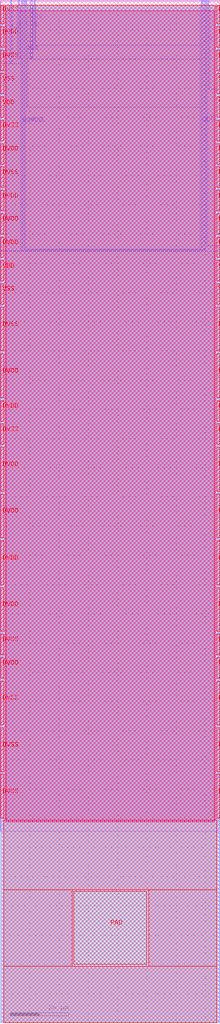
<source format=lef>
VERSION 5.7 ;
  NOWIREEXTENSIONATPIN ON ;
  DIVIDERCHAR "/" ;
  BUSBITCHARS "[]" ;
MACRO gf180mcu_ef_io__bi_t
  CLASS PAD INOUT ;
  FOREIGN gf180mcu_ef_io__bi_t ;
  ORIGIN 0.000 0.000 ;
  SIZE 75.000 BY 350.000 ;
  SYMMETRY X Y R90 ;
  SITE GF_IO_Site ;
  PIN A
    DIRECTION INPUT ;
    USE SIGNAL ;
    ANTENNAGATEAREA 4.200000 ;
    ANTENNADIFFAREA 1.000000 ;
    PORT
      LAYER Metal2 ;
        RECT 69.400 264.460 69.780 350.000 ;
    END
  END A
  PIN CS
    DIRECTION INPUT ;
    USE SIGNAL ;
    ANTENNAGATEAREA 3.150000 ;
    ANTENNADIFFAREA 1.000000 ;
    PORT
      LAYER Metal2 ;
        RECT 3.360 328.545 3.740 350.000 ;
    END
  END CS
  PIN DVDD
    DIRECTION INOUT ;
    USE POWER ;
    PORT
      LAYER Metal5 ;
        RECT 74.000 334.000 75.000 341.000 ;
    END
    PORT
      LAYER Metal5 ;
        RECT 74.000 294.000 75.000 301.000 ;
    END
    PORT
      LAYER Metal5 ;
        RECT 74.000 262.000 75.000 269.000 ;
    END
    PORT
      LAYER Metal5 ;
        RECT 74.000 270.000 75.000 277.000 ;
    END
    PORT
      LAYER Metal5 ;
        RECT 74.000 278.000 75.000 285.000 ;
    END
    PORT
      LAYER Metal5 ;
        RECT 74.000 206.000 75.000 213.000 ;
    END
    PORT
      LAYER Metal5 ;
        RECT 74.000 214.000 75.000 229.000 ;
    END
    PORT
      LAYER Metal5 ;
        RECT 74.000 134.000 75.000 149.000 ;
    END
    PORT
      LAYER Metal5 ;
        RECT 74.000 150.000 75.000 165.000 ;
    END
    PORT
      LAYER Metal5 ;
        RECT 74.000 166.000 75.000 181.000 ;
    END
    PORT
      LAYER Metal5 ;
        RECT 74.000 182.000 75.000 197.000 ;
    END
    PORT
      LAYER Metal5 ;
        RECT 74.000 118.000 75.000 125.000 ;
    END
    PORT
      LAYER Metal5 ;
        RECT 0.000 118.000 1.000 125.000 ;
    END
    PORT
      LAYER Metal5 ;
        RECT 0.000 182.000 1.000 197.000 ;
    END
    PORT
      LAYER Metal5 ;
        RECT 0.000 166.000 1.000 181.000 ;
    END
    PORT
      LAYER Metal5 ;
        RECT 0.000 150.000 1.000 165.000 ;
    END
    PORT
      LAYER Metal5 ;
        RECT 0.000 134.000 1.000 149.000 ;
    END
    PORT
      LAYER Metal5 ;
        RECT 0.000 214.000 1.000 229.000 ;
    END
    PORT
      LAYER Metal5 ;
        RECT 0.000 206.000 1.000 213.000 ;
    END
    PORT
      LAYER Metal5 ;
        RECT 0.000 278.000 1.000 285.000 ;
    END
    PORT
      LAYER Metal5 ;
        RECT 0.000 270.000 1.000 277.000 ;
    END
    PORT
      LAYER Metal5 ;
        RECT 0.000 262.000 1.000 269.000 ;
    END
    PORT
      LAYER Metal5 ;
        RECT 0.000 294.000 1.000 301.000 ;
    END
    PORT
      LAYER Metal5 ;
        RECT 0.000 334.000 1.000 341.000 ;
    END
  END DVDD
  PIN DVSS
    DIRECTION INOUT ;
    USE GROUND ;
    PORT
      LAYER Metal5 ;
        RECT 74.000 342.000 75.000 348.390 ;
    END
    PORT
      LAYER Metal5 ;
        RECT 74.000 326.000 75.000 333.000 ;
    END
    PORT
      LAYER Metal5 ;
        RECT 74.000 302.000 75.000 309.000 ;
    END
    PORT
      LAYER Metal5 ;
        RECT 74.000 286.000 75.000 293.000 ;
    END
    PORT
      LAYER Metal5 ;
        RECT 74.000 230.000 75.000 245.000 ;
    END
    PORT
      LAYER Metal5 ;
        RECT 74.000 198.000 75.000 205.000 ;
    END
    PORT
      LAYER Metal5 ;
        RECT 74.000 126.000 75.000 133.000 ;
    END
    PORT
      LAYER Metal5 ;
        RECT 74.000 70.000 75.000 85.000 ;
    END
    PORT
      LAYER Metal5 ;
        RECT 74.000 86.000 75.000 101.000 ;
    END
    PORT
      LAYER Metal5 ;
        RECT 74.000 102.000 75.000 117.000 ;
    END
    PORT
      LAYER Metal5 ;
        RECT 0.000 102.000 1.000 117.000 ;
    END
    PORT
      LAYER Metal5 ;
        RECT 0.000 86.000 1.000 101.000 ;
    END
    PORT
      LAYER Metal5 ;
        RECT 0.000 70.000 1.000 85.000 ;
    END
    PORT
      LAYER Metal5 ;
        RECT 0.000 126.000 1.000 133.000 ;
    END
    PORT
      LAYER Metal5 ;
        RECT 0.000 198.000 1.000 205.000 ;
    END
    PORT
      LAYER Metal5 ;
        RECT 0.000 230.000 1.000 245.000 ;
    END
    PORT
      LAYER Metal5 ;
        RECT 0.000 286.000 1.000 293.000 ;
    END
    PORT
      LAYER Metal5 ;
        RECT 0.000 302.000 1.000 309.000 ;
    END
    PORT
      LAYER Metal5 ;
        RECT 0.000 326.000 1.000 333.000 ;
    END
    PORT
      LAYER Metal5 ;
        RECT 0.000 342.000 1.000 348.390 ;
    END
  END DVSS
  PIN IE
    DIRECTION INPUT ;
    USE SIGNAL ;
    ANTENNAGATEAREA 3.150000 ;
    ANTENNADIFFAREA 1.000000 ;
    PORT
      LAYER Metal2 ;
        RECT 11.385 334.920 11.765 350.000 ;
    END
  END IE
  PIN OE
    DIRECTION INPUT ;
    USE SIGNAL ;
    ANTENNAGATEAREA 16.799999 ;
    ANTENNADIFFAREA 7.776000 ;
    PORT
      LAYER Metal2 ;
        RECT 70.130 266.340 70.510 350.000 ;
    END
  END OE
  PIN PAD
    DIRECTION INOUT ;
    USE SIGNAL ;
    ANTENNADIFFAREA 258.720001 ;
    PORT
      LAYER Metal5 ;
        RECT 25.000 20.000 50.000 45.000 ;
    END
  END PAD
  PIN PD
    DIRECTION INPUT ;
    USE SIGNAL ;
    ANTENNAGATEAREA 10.500000 ;
    ANTENNADIFFAREA 1.000000 ;
    PORT
      LAYER Metal2 ;
        RECT 10.330 330.100 10.710 350.000 ;
    END
  END PD
  PIN PDRV0
    DIRECTION INPUT ;
    USE SIGNAL ;
    ANTENNAGATEAREA 4.200000 ;
    ANTENNADIFFAREA 2.592000 ;
    PORT
      LAYER Metal2 ;
        RECT 7.110 264.665 7.490 350.000 ;
    END
  END PDRV0
  PIN PDRV1
    DIRECTION INPUT ;
    USE SIGNAL ;
    ANTENNAGATEAREA 4.200000 ;
    ANTENNADIFFAREA 2.592000 ;
    PORT
      LAYER Metal2 ;
        RECT 7.820 264.990 8.200 350.000 ;
    END
  END PDRV1
  PIN PU
    DIRECTION INPUT ;
    USE SIGNAL ;
    ANTENNAGATEAREA 7.350000 ;
    ANTENNADIFFAREA 2.980000 ;
    PORT
      LAYER Metal2 ;
        RECT 5.965 330.420 6.345 350.000 ;
    END
  END PU
  PIN SL
    DIRECTION INPUT ;
    USE SIGNAL ;
    ANTENNAGATEAREA 3.150000 ;
    ANTENNADIFFAREA 1.000000 ;
    PORT
      LAYER Metal2 ;
        RECT 68.670 265.140 69.050 350.000 ;
    END
  END SL
  PIN VDD
    DIRECTION INOUT ;
    USE POWER ;
    PORT
      LAYER Metal5 ;
        RECT 74.000 310.000 75.000 317.000 ;
    END
    PORT
      LAYER Metal5 ;
        RECT 74.000 254.000 75.000 261.000 ;
    END
    PORT
      LAYER Metal5 ;
        RECT 0.000 254.000 1.000 261.000 ;
    END
    PORT
      LAYER Metal5 ;
        RECT 0.000 310.000 1.000 317.000 ;
    END
  END VDD
  PIN VSS
    DIRECTION INOUT ;
    USE GROUND ;
    PORT
      LAYER Metal5 ;
        RECT 74.000 318.000 75.000 325.000 ;
    END
    PORT
      LAYER Metal5 ;
        RECT 74.000 246.000 75.000 253.000 ;
    END
    PORT
      LAYER Metal5 ;
        RECT 0.000 246.000 1.000 253.000 ;
    END
    PORT
      LAYER Metal5 ;
        RECT 0.000 318.000 1.000 325.000 ;
    END
  END VSS
  PIN Y
    DIRECTION OUTPUT ;
    USE SIGNAL ;
    ANTENNADIFFAREA 7.800000 ;
    PORT
      LAYER Metal2 ;
        RECT 70.860 319.900 71.240 350.000 ;
    END
  END Y
  PIN ANA
    DIRECTION INOUT ;
    USE SIGNAL ;
    ANTENNAGATEAREA 21.490000 ;
    ANTENNADIFFAREA 80.000000 ;
    PORT
      LAYER Metal2 ;
        RECT 8.480 313.805 8.860 350.000 ;
    END
  END ANA
  OBS
      LAYER Nwell ;
        RECT 1.820 68.895 73.180 346.535 ;
      LAYER Metal1 ;
        RECT -0.160 65.540 75.160 349.785 ;
      LAYER Metal2 ;
        RECT 0.000 328.245 3.060 348.375 ;
        RECT 4.040 330.120 5.665 348.375 ;
        RECT 6.645 330.120 6.810 348.375 ;
        RECT 4.040 328.245 6.810 330.120 ;
        RECT 0.000 264.365 6.810 328.245 ;
        RECT 9.160 329.800 10.030 348.375 ;
        RECT 11.010 334.620 11.085 348.375 ;
        RECT 12.065 334.620 68.370 348.375 ;
        RECT 11.010 329.800 68.370 334.620 ;
        RECT 9.160 313.505 68.370 329.800 ;
        RECT 71.540 319.600 75.000 348.375 ;
        RECT 8.500 264.840 68.370 313.505 ;
        RECT 70.810 266.040 75.000 319.600 ;
        RECT 8.500 264.690 69.100 264.840 ;
        RECT 7.790 264.365 69.100 264.690 ;
        RECT 0.000 264.160 69.100 264.365 ;
        RECT 70.080 264.160 75.000 266.040 ;
        RECT 0.000 0.000 75.000 264.160 ;
      LAYER Metal3 ;
        RECT 0.000 0.000 75.000 348.390 ;
      LAYER Metal4 ;
        RECT 0.000 0.000 75.000 348.390 ;
      LAYER Metal5 ;
        RECT 1.600 69.400 73.400 348.390 ;
        RECT 1.000 45.600 74.000 69.400 ;
        RECT 1.000 19.400 24.400 45.600 ;
        RECT 50.600 19.400 74.000 45.600 ;
        RECT 1.000 0.000 74.000 19.400 ;
  END
END gf180mcu_ef_io__bi_t
END LIBRARY


</source>
